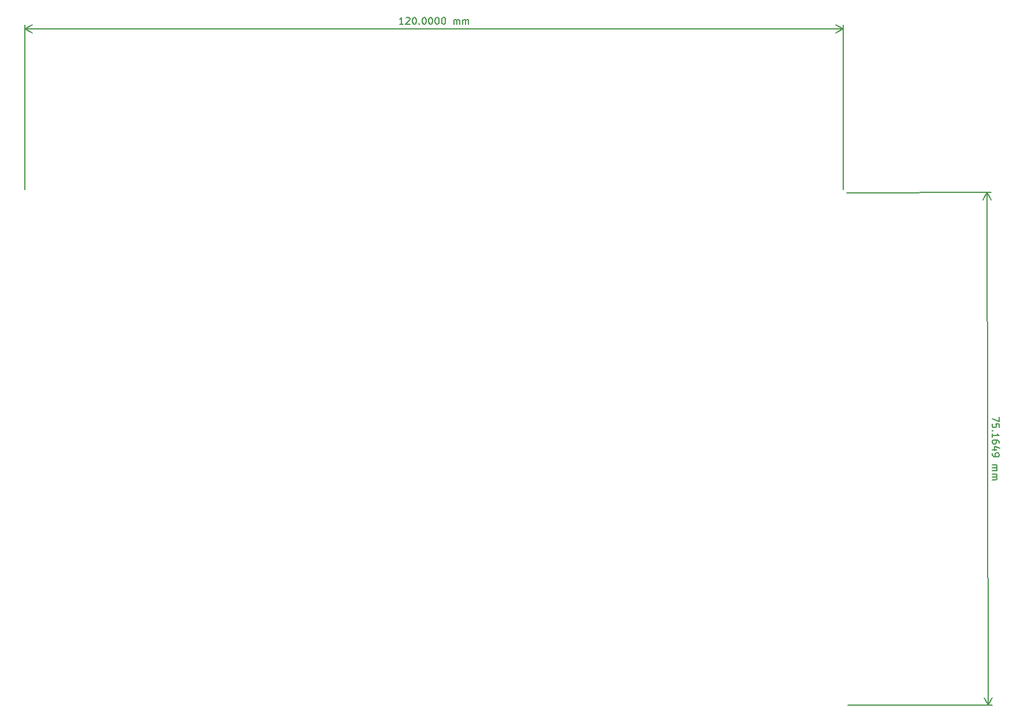
<source format=gbr>
%TF.GenerationSoftware,KiCad,Pcbnew,7.0.6*%
%TF.CreationDate,2023-12-11T13:02:44+00:00*%
%TF.ProjectId,BlankingRelay_Base,426c616e-6b69-46e6-9752-656c61795f42,rev?*%
%TF.SameCoordinates,Original*%
%TF.FileFunction,Other,User*%
%FSLAX46Y46*%
G04 Gerber Fmt 4.6, Leading zero omitted, Abs format (unit mm)*
G04 Created by KiCad (PCBNEW 7.0.6) date 2023-12-11 13:02:44*
%MOMM*%
%LPD*%
G01*
G04 APERTURE LIST*
%ADD10C,0.150000*%
G04 APERTURE END LIST*
D10*
X172314786Y-107883629D02*
X172315726Y-108550295D01*
X172315726Y-108550295D02*
X171315123Y-108123135D01*
X172316935Y-109407438D02*
X172316263Y-108931248D01*
X172316263Y-108931248D02*
X171840006Y-108884300D01*
X171840006Y-108884300D02*
X171887692Y-108931852D01*
X171887692Y-108931852D02*
X171935446Y-109027023D01*
X171935446Y-109027023D02*
X171935781Y-109265118D01*
X171935781Y-109265118D02*
X171888297Y-109360423D01*
X171888297Y-109360423D02*
X171840745Y-109408109D01*
X171840745Y-109408109D02*
X171745574Y-109455862D01*
X171745574Y-109455862D02*
X171507479Y-109456198D01*
X171507479Y-109456198D02*
X171412174Y-109408713D01*
X171412174Y-109408713D02*
X171364488Y-109361162D01*
X171364488Y-109361162D02*
X171316734Y-109265991D01*
X171316734Y-109265991D02*
X171316399Y-109027896D01*
X171316399Y-109027896D02*
X171363883Y-108932591D01*
X171363883Y-108932591D02*
X171411435Y-108884904D01*
X171412845Y-109884903D02*
X171365293Y-109932590D01*
X171365293Y-109932590D02*
X171317607Y-109885038D01*
X171317607Y-109885038D02*
X171365159Y-109837352D01*
X171365159Y-109837352D02*
X171412845Y-109884903D01*
X171412845Y-109884903D02*
X171317607Y-109885038D01*
X171319018Y-110885036D02*
X171318212Y-110313608D01*
X171318615Y-110599322D02*
X172318614Y-110597912D01*
X172318614Y-110597912D02*
X172175622Y-110502876D01*
X172175622Y-110502876D02*
X172080250Y-110407772D01*
X172080250Y-110407772D02*
X172032497Y-110312601D01*
X172320225Y-111740768D02*
X172319957Y-111550292D01*
X172319957Y-111550292D02*
X172272203Y-111455121D01*
X172272203Y-111455121D02*
X172224517Y-111407569D01*
X172224517Y-111407569D02*
X172081526Y-111312533D01*
X172081526Y-111312533D02*
X171890983Y-111265183D01*
X171890983Y-111265183D02*
X171510031Y-111265720D01*
X171510031Y-111265720D02*
X171414860Y-111313473D01*
X171414860Y-111313473D02*
X171367308Y-111361159D01*
X171367308Y-111361159D02*
X171319823Y-111456464D01*
X171319823Y-111456464D02*
X171320092Y-111646940D01*
X171320092Y-111646940D02*
X171367845Y-111742111D01*
X171367845Y-111742111D02*
X171415531Y-111789663D01*
X171415531Y-111789663D02*
X171510837Y-111837148D01*
X171510837Y-111837148D02*
X171748932Y-111836812D01*
X171748932Y-111836812D02*
X171844102Y-111789059D01*
X171844102Y-111789059D02*
X171891654Y-111741373D01*
X171891654Y-111741373D02*
X171939139Y-111646067D01*
X171939139Y-111646067D02*
X171938870Y-111455591D01*
X171938870Y-111455591D02*
X171891117Y-111360421D01*
X171891117Y-111360421D02*
X171843431Y-111312869D01*
X171843431Y-111312869D02*
X171748126Y-111265384D01*
X171988235Y-112693618D02*
X171321569Y-112694558D01*
X172368852Y-112454986D02*
X171654231Y-112217898D01*
X171654231Y-112217898D02*
X171655104Y-112836945D01*
X171322375Y-113265986D02*
X171322644Y-113456462D01*
X171322644Y-113456462D02*
X171370397Y-113551633D01*
X171370397Y-113551633D02*
X171418083Y-113599185D01*
X171418083Y-113599185D02*
X171561075Y-113694222D01*
X171561075Y-113694222D02*
X171751618Y-113741572D01*
X171751618Y-113741572D02*
X172132570Y-113741035D01*
X172132570Y-113741035D02*
X172227741Y-113693282D01*
X172227741Y-113693282D02*
X172275292Y-113645595D01*
X172275292Y-113645595D02*
X172322777Y-113550290D01*
X172322777Y-113550290D02*
X172322509Y-113359814D01*
X172322509Y-113359814D02*
X172274755Y-113264643D01*
X172274755Y-113264643D02*
X172227069Y-113217092D01*
X172227069Y-113217092D02*
X172131764Y-113169607D01*
X172131764Y-113169607D02*
X171893669Y-113169943D01*
X171893669Y-113169943D02*
X171798498Y-113217696D01*
X171798498Y-113217696D02*
X171750946Y-113265382D01*
X171750946Y-113265382D02*
X171703462Y-113360687D01*
X171703462Y-113360687D02*
X171703730Y-113551163D01*
X171703730Y-113551163D02*
X171751483Y-113646334D01*
X171751483Y-113646334D02*
X171799170Y-113693886D01*
X171799170Y-113693886D02*
X171894475Y-113741371D01*
X171324726Y-114932652D02*
X171991392Y-114931712D01*
X171896154Y-114931846D02*
X171943840Y-114979398D01*
X171943840Y-114979398D02*
X171991593Y-115074569D01*
X171991593Y-115074569D02*
X171991795Y-115217426D01*
X171991795Y-115217426D02*
X171944310Y-115312731D01*
X171944310Y-115312731D02*
X171849139Y-115360484D01*
X171849139Y-115360484D02*
X171325330Y-115361223D01*
X171849139Y-115360484D02*
X171944444Y-115407969D01*
X171944444Y-115407969D02*
X171992197Y-115503140D01*
X171992197Y-115503140D02*
X171992399Y-115645997D01*
X171992399Y-115645997D02*
X171944914Y-115741302D01*
X171944914Y-115741302D02*
X171849743Y-115789055D01*
X171849743Y-115789055D02*
X171325934Y-115789794D01*
X171326606Y-116265983D02*
X171993272Y-116265043D01*
X171898034Y-116265178D02*
X171945720Y-116312729D01*
X171945720Y-116312729D02*
X171993473Y-116407900D01*
X171993473Y-116407900D02*
X171993675Y-116550757D01*
X171993675Y-116550757D02*
X171946190Y-116646062D01*
X171946190Y-116646062D02*
X171851019Y-116693816D01*
X171851019Y-116693816D02*
X171327210Y-116694554D01*
X171851019Y-116693816D02*
X171946324Y-116741300D01*
X171946324Y-116741300D02*
X171994078Y-116836471D01*
X171994078Y-116836471D02*
X171994279Y-116979328D01*
X171994279Y-116979328D02*
X171946795Y-117074633D01*
X171946795Y-117074633D02*
X171851624Y-117122387D01*
X171851624Y-117122387D02*
X171327815Y-117123125D01*
X150000000Y-74999295D02*
X171159608Y-74969455D01*
X150106000Y-150164095D02*
X171265608Y-150134255D01*
X170573188Y-74970282D02*
X170679188Y-150135082D01*
X170573188Y-74970282D02*
X170679188Y-150135082D01*
X170573188Y-74970282D02*
X171161197Y-76095958D01*
X170573188Y-74970282D02*
X169988356Y-76097612D01*
X170679188Y-150135082D02*
X170091179Y-149009406D01*
X170679188Y-150135082D02*
X171264020Y-149007752D01*
X84976190Y-50304819D02*
X84404762Y-50304819D01*
X84690476Y-50304819D02*
X84690476Y-49304819D01*
X84690476Y-49304819D02*
X84595238Y-49447676D01*
X84595238Y-49447676D02*
X84500000Y-49542914D01*
X84500000Y-49542914D02*
X84404762Y-49590533D01*
X85357143Y-49400057D02*
X85404762Y-49352438D01*
X85404762Y-49352438D02*
X85500000Y-49304819D01*
X85500000Y-49304819D02*
X85738095Y-49304819D01*
X85738095Y-49304819D02*
X85833333Y-49352438D01*
X85833333Y-49352438D02*
X85880952Y-49400057D01*
X85880952Y-49400057D02*
X85928571Y-49495295D01*
X85928571Y-49495295D02*
X85928571Y-49590533D01*
X85928571Y-49590533D02*
X85880952Y-49733390D01*
X85880952Y-49733390D02*
X85309524Y-50304819D01*
X85309524Y-50304819D02*
X85928571Y-50304819D01*
X86547619Y-49304819D02*
X86642857Y-49304819D01*
X86642857Y-49304819D02*
X86738095Y-49352438D01*
X86738095Y-49352438D02*
X86785714Y-49400057D01*
X86785714Y-49400057D02*
X86833333Y-49495295D01*
X86833333Y-49495295D02*
X86880952Y-49685771D01*
X86880952Y-49685771D02*
X86880952Y-49923866D01*
X86880952Y-49923866D02*
X86833333Y-50114342D01*
X86833333Y-50114342D02*
X86785714Y-50209580D01*
X86785714Y-50209580D02*
X86738095Y-50257200D01*
X86738095Y-50257200D02*
X86642857Y-50304819D01*
X86642857Y-50304819D02*
X86547619Y-50304819D01*
X86547619Y-50304819D02*
X86452381Y-50257200D01*
X86452381Y-50257200D02*
X86404762Y-50209580D01*
X86404762Y-50209580D02*
X86357143Y-50114342D01*
X86357143Y-50114342D02*
X86309524Y-49923866D01*
X86309524Y-49923866D02*
X86309524Y-49685771D01*
X86309524Y-49685771D02*
X86357143Y-49495295D01*
X86357143Y-49495295D02*
X86404762Y-49400057D01*
X86404762Y-49400057D02*
X86452381Y-49352438D01*
X86452381Y-49352438D02*
X86547619Y-49304819D01*
X87309524Y-50209580D02*
X87357143Y-50257200D01*
X87357143Y-50257200D02*
X87309524Y-50304819D01*
X87309524Y-50304819D02*
X87261905Y-50257200D01*
X87261905Y-50257200D02*
X87309524Y-50209580D01*
X87309524Y-50209580D02*
X87309524Y-50304819D01*
X87976190Y-49304819D02*
X88071428Y-49304819D01*
X88071428Y-49304819D02*
X88166666Y-49352438D01*
X88166666Y-49352438D02*
X88214285Y-49400057D01*
X88214285Y-49400057D02*
X88261904Y-49495295D01*
X88261904Y-49495295D02*
X88309523Y-49685771D01*
X88309523Y-49685771D02*
X88309523Y-49923866D01*
X88309523Y-49923866D02*
X88261904Y-50114342D01*
X88261904Y-50114342D02*
X88214285Y-50209580D01*
X88214285Y-50209580D02*
X88166666Y-50257200D01*
X88166666Y-50257200D02*
X88071428Y-50304819D01*
X88071428Y-50304819D02*
X87976190Y-50304819D01*
X87976190Y-50304819D02*
X87880952Y-50257200D01*
X87880952Y-50257200D02*
X87833333Y-50209580D01*
X87833333Y-50209580D02*
X87785714Y-50114342D01*
X87785714Y-50114342D02*
X87738095Y-49923866D01*
X87738095Y-49923866D02*
X87738095Y-49685771D01*
X87738095Y-49685771D02*
X87785714Y-49495295D01*
X87785714Y-49495295D02*
X87833333Y-49400057D01*
X87833333Y-49400057D02*
X87880952Y-49352438D01*
X87880952Y-49352438D02*
X87976190Y-49304819D01*
X88928571Y-49304819D02*
X89023809Y-49304819D01*
X89023809Y-49304819D02*
X89119047Y-49352438D01*
X89119047Y-49352438D02*
X89166666Y-49400057D01*
X89166666Y-49400057D02*
X89214285Y-49495295D01*
X89214285Y-49495295D02*
X89261904Y-49685771D01*
X89261904Y-49685771D02*
X89261904Y-49923866D01*
X89261904Y-49923866D02*
X89214285Y-50114342D01*
X89214285Y-50114342D02*
X89166666Y-50209580D01*
X89166666Y-50209580D02*
X89119047Y-50257200D01*
X89119047Y-50257200D02*
X89023809Y-50304819D01*
X89023809Y-50304819D02*
X88928571Y-50304819D01*
X88928571Y-50304819D02*
X88833333Y-50257200D01*
X88833333Y-50257200D02*
X88785714Y-50209580D01*
X88785714Y-50209580D02*
X88738095Y-50114342D01*
X88738095Y-50114342D02*
X88690476Y-49923866D01*
X88690476Y-49923866D02*
X88690476Y-49685771D01*
X88690476Y-49685771D02*
X88738095Y-49495295D01*
X88738095Y-49495295D02*
X88785714Y-49400057D01*
X88785714Y-49400057D02*
X88833333Y-49352438D01*
X88833333Y-49352438D02*
X88928571Y-49304819D01*
X89880952Y-49304819D02*
X89976190Y-49304819D01*
X89976190Y-49304819D02*
X90071428Y-49352438D01*
X90071428Y-49352438D02*
X90119047Y-49400057D01*
X90119047Y-49400057D02*
X90166666Y-49495295D01*
X90166666Y-49495295D02*
X90214285Y-49685771D01*
X90214285Y-49685771D02*
X90214285Y-49923866D01*
X90214285Y-49923866D02*
X90166666Y-50114342D01*
X90166666Y-50114342D02*
X90119047Y-50209580D01*
X90119047Y-50209580D02*
X90071428Y-50257200D01*
X90071428Y-50257200D02*
X89976190Y-50304819D01*
X89976190Y-50304819D02*
X89880952Y-50304819D01*
X89880952Y-50304819D02*
X89785714Y-50257200D01*
X89785714Y-50257200D02*
X89738095Y-50209580D01*
X89738095Y-50209580D02*
X89690476Y-50114342D01*
X89690476Y-50114342D02*
X89642857Y-49923866D01*
X89642857Y-49923866D02*
X89642857Y-49685771D01*
X89642857Y-49685771D02*
X89690476Y-49495295D01*
X89690476Y-49495295D02*
X89738095Y-49400057D01*
X89738095Y-49400057D02*
X89785714Y-49352438D01*
X89785714Y-49352438D02*
X89880952Y-49304819D01*
X90833333Y-49304819D02*
X90928571Y-49304819D01*
X90928571Y-49304819D02*
X91023809Y-49352438D01*
X91023809Y-49352438D02*
X91071428Y-49400057D01*
X91071428Y-49400057D02*
X91119047Y-49495295D01*
X91119047Y-49495295D02*
X91166666Y-49685771D01*
X91166666Y-49685771D02*
X91166666Y-49923866D01*
X91166666Y-49923866D02*
X91119047Y-50114342D01*
X91119047Y-50114342D02*
X91071428Y-50209580D01*
X91071428Y-50209580D02*
X91023809Y-50257200D01*
X91023809Y-50257200D02*
X90928571Y-50304819D01*
X90928571Y-50304819D02*
X90833333Y-50304819D01*
X90833333Y-50304819D02*
X90738095Y-50257200D01*
X90738095Y-50257200D02*
X90690476Y-50209580D01*
X90690476Y-50209580D02*
X90642857Y-50114342D01*
X90642857Y-50114342D02*
X90595238Y-49923866D01*
X90595238Y-49923866D02*
X90595238Y-49685771D01*
X90595238Y-49685771D02*
X90642857Y-49495295D01*
X90642857Y-49495295D02*
X90690476Y-49400057D01*
X90690476Y-49400057D02*
X90738095Y-49352438D01*
X90738095Y-49352438D02*
X90833333Y-49304819D01*
X92357143Y-50304819D02*
X92357143Y-49638152D01*
X92357143Y-49733390D02*
X92404762Y-49685771D01*
X92404762Y-49685771D02*
X92500000Y-49638152D01*
X92500000Y-49638152D02*
X92642857Y-49638152D01*
X92642857Y-49638152D02*
X92738095Y-49685771D01*
X92738095Y-49685771D02*
X92785714Y-49781009D01*
X92785714Y-49781009D02*
X92785714Y-50304819D01*
X92785714Y-49781009D02*
X92833333Y-49685771D01*
X92833333Y-49685771D02*
X92928571Y-49638152D01*
X92928571Y-49638152D02*
X93071428Y-49638152D01*
X93071428Y-49638152D02*
X93166667Y-49685771D01*
X93166667Y-49685771D02*
X93214286Y-49781009D01*
X93214286Y-49781009D02*
X93214286Y-50304819D01*
X93690476Y-50304819D02*
X93690476Y-49638152D01*
X93690476Y-49733390D02*
X93738095Y-49685771D01*
X93738095Y-49685771D02*
X93833333Y-49638152D01*
X93833333Y-49638152D02*
X93976190Y-49638152D01*
X93976190Y-49638152D02*
X94071428Y-49685771D01*
X94071428Y-49685771D02*
X94119047Y-49781009D01*
X94119047Y-49781009D02*
X94119047Y-50304819D01*
X94119047Y-49781009D02*
X94166666Y-49685771D01*
X94166666Y-49685771D02*
X94261904Y-49638152D01*
X94261904Y-49638152D02*
X94404761Y-49638152D01*
X94404761Y-49638152D02*
X94500000Y-49685771D01*
X94500000Y-49685771D02*
X94547619Y-49781009D01*
X94547619Y-49781009D02*
X94547619Y-50304819D01*
X29500000Y-74500000D02*
X29500000Y-50413580D01*
X149500000Y-74500000D02*
X149500000Y-50413580D01*
X29500000Y-51000000D02*
X149500000Y-51000000D01*
X29500000Y-51000000D02*
X149500000Y-51000000D01*
X29500000Y-51000000D02*
X30626504Y-50413579D01*
X29500000Y-51000000D02*
X30626504Y-51586421D01*
X149500000Y-51000000D02*
X148373496Y-51586421D01*
X149500000Y-51000000D02*
X148373496Y-50413579D01*
M02*

</source>
